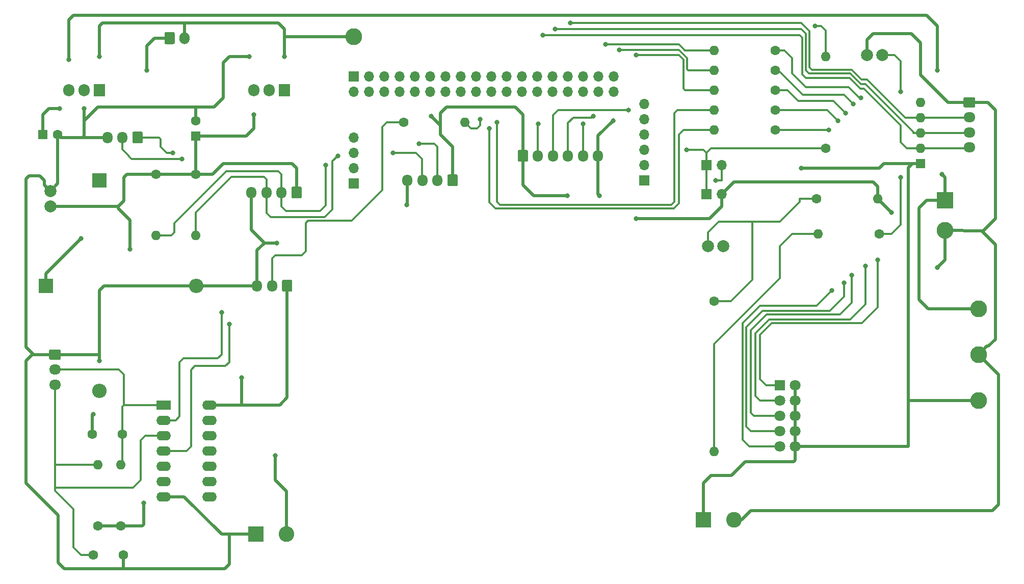
<source format=gbl>
G04 #@! TF.GenerationSoftware,KiCad,Pcbnew,(5.1.5)-3*
G04 #@! TF.CreationDate,2022-04-15T22:29:16+02:00*
G04 #@! TF.ProjectId,Extension Board,45787465-6e73-4696-9f6e-20426f617264,1*
G04 #@! TF.SameCoordinates,Original*
G04 #@! TF.FileFunction,Copper,L2,Bot*
G04 #@! TF.FilePolarity,Positive*
%FSLAX46Y46*%
G04 Gerber Fmt 4.6, Leading zero omitted, Abs format (unit mm)*
G04 Created by KiCad (PCBNEW (5.1.5)-3) date 2022-04-15 22:29:16*
%MOMM*%
%LPD*%
G04 APERTURE LIST*
%ADD10O,1.600000X1.600000*%
%ADD11C,1.600000*%
%ADD12O,1.700000X1.700000*%
%ADD13R,1.700000X1.700000*%
%ADD14C,2.600000*%
%ADD15R,2.600000X2.600000*%
%ADD16C,2.800000*%
%ADD17C,1.800000*%
%ADD18R,1.800000X1.800000*%
%ADD19C,2.000000*%
%ADD20R,2.800000X2.800000*%
%ADD21O,1.700000X2.000000*%
%ADD22C,0.100000*%
%ADD23O,1.700000X1.950000*%
%ADD24O,1.950000X1.700000*%
%ADD25O,1.905000X2.000000*%
%ADD26R,1.905000X2.000000*%
%ADD27O,2.400000X1.600000*%
%ADD28R,2.400000X1.600000*%
%ADD29R,1.600000X1.600000*%
%ADD30O,2.400000X2.400000*%
%ADD31R,2.400000X2.400000*%
%ADD32C,0.800000*%
%ADD33C,0.500000*%
%ADD34C,0.300000*%
G04 APERTURE END LIST*
D10*
X170180000Y-44450000D03*
D11*
X170180000Y-59690000D03*
D10*
X151638000Y-110090000D03*
D11*
X151638000Y-85090000D03*
D12*
X91795600Y-57912000D03*
X91795600Y-60452000D03*
X91795600Y-62992000D03*
D13*
X91795600Y-65532000D03*
D12*
X140081000Y-52349400D03*
X140081000Y-54889400D03*
X140081000Y-57429400D03*
X140081000Y-59969400D03*
X140081000Y-62509400D03*
D13*
X140081000Y-65049400D03*
D14*
X154940000Y-121412000D03*
D15*
X149860000Y-121412000D03*
D16*
X195580000Y-86360000D03*
X195580000Y-101600000D03*
X195580000Y-93980000D03*
X91795600Y-41148000D03*
D17*
X165100000Y-109220000D03*
X162560000Y-109220000D03*
X165100000Y-106680000D03*
X162560000Y-106680000D03*
X165100000Y-104140000D03*
X162560000Y-104140000D03*
X165100000Y-101600000D03*
X162560000Y-101600000D03*
X165100000Y-99060000D03*
D18*
X162560000Y-99060000D03*
D19*
X177038000Y-44196000D03*
X179578000Y-44196000D03*
X150622000Y-75946000D03*
X153162000Y-75946000D03*
D16*
X189992000Y-73326000D03*
D20*
X189992000Y-68326000D03*
D14*
X80645000Y-123825000D03*
D15*
X75565000Y-123825000D03*
D21*
X63714000Y-41402000D03*
G04 #@! TA.AperFunction,ComponentPad*
D22*
G36*
X61838504Y-40403204D02*
G01*
X61862773Y-40406804D01*
X61886571Y-40412765D01*
X61909671Y-40421030D01*
X61931849Y-40431520D01*
X61952893Y-40444133D01*
X61972598Y-40458747D01*
X61990777Y-40475223D01*
X62007253Y-40493402D01*
X62021867Y-40513107D01*
X62034480Y-40534151D01*
X62044970Y-40556329D01*
X62053235Y-40579429D01*
X62059196Y-40603227D01*
X62062796Y-40627496D01*
X62064000Y-40652000D01*
X62064000Y-42152000D01*
X62062796Y-42176504D01*
X62059196Y-42200773D01*
X62053235Y-42224571D01*
X62044970Y-42247671D01*
X62034480Y-42269849D01*
X62021867Y-42290893D01*
X62007253Y-42310598D01*
X61990777Y-42328777D01*
X61972598Y-42345253D01*
X61952893Y-42359867D01*
X61931849Y-42372480D01*
X61909671Y-42382970D01*
X61886571Y-42391235D01*
X61862773Y-42397196D01*
X61838504Y-42400796D01*
X61814000Y-42402000D01*
X60614000Y-42402000D01*
X60589496Y-42400796D01*
X60565227Y-42397196D01*
X60541429Y-42391235D01*
X60518329Y-42382970D01*
X60496151Y-42372480D01*
X60475107Y-42359867D01*
X60455402Y-42345253D01*
X60437223Y-42328777D01*
X60420747Y-42310598D01*
X60406133Y-42290893D01*
X60393520Y-42269849D01*
X60383030Y-42247671D01*
X60374765Y-42224571D01*
X60368804Y-42200773D01*
X60365204Y-42176504D01*
X60364000Y-42152000D01*
X60364000Y-40652000D01*
X60365204Y-40627496D01*
X60368804Y-40603227D01*
X60374765Y-40579429D01*
X60383030Y-40556329D01*
X60393520Y-40534151D01*
X60406133Y-40513107D01*
X60420747Y-40493402D01*
X60437223Y-40475223D01*
X60455402Y-40458747D01*
X60475107Y-40444133D01*
X60496151Y-40431520D01*
X60518329Y-40421030D01*
X60541429Y-40412765D01*
X60565227Y-40406804D01*
X60589496Y-40403204D01*
X60614000Y-40402000D01*
X61814000Y-40402000D01*
X61838504Y-40403204D01*
G37*
G04 #@! TD.AperFunction*
D23*
X100704000Y-65024000D03*
X103204000Y-65024000D03*
X105704000Y-65024000D03*
G04 #@! TA.AperFunction,ComponentPad*
D22*
G36*
X108828504Y-64050204D02*
G01*
X108852773Y-64053804D01*
X108876571Y-64059765D01*
X108899671Y-64068030D01*
X108921849Y-64078520D01*
X108942893Y-64091133D01*
X108962598Y-64105747D01*
X108980777Y-64122223D01*
X108997253Y-64140402D01*
X109011867Y-64160107D01*
X109024480Y-64181151D01*
X109034970Y-64203329D01*
X109043235Y-64226429D01*
X109049196Y-64250227D01*
X109052796Y-64274496D01*
X109054000Y-64299000D01*
X109054000Y-65749000D01*
X109052796Y-65773504D01*
X109049196Y-65797773D01*
X109043235Y-65821571D01*
X109034970Y-65844671D01*
X109024480Y-65866849D01*
X109011867Y-65887893D01*
X108997253Y-65907598D01*
X108980777Y-65925777D01*
X108962598Y-65942253D01*
X108942893Y-65956867D01*
X108921849Y-65969480D01*
X108899671Y-65979970D01*
X108876571Y-65988235D01*
X108852773Y-65994196D01*
X108828504Y-65997796D01*
X108804000Y-65999000D01*
X107604000Y-65999000D01*
X107579496Y-65997796D01*
X107555227Y-65994196D01*
X107531429Y-65988235D01*
X107508329Y-65979970D01*
X107486151Y-65969480D01*
X107465107Y-65956867D01*
X107445402Y-65942253D01*
X107427223Y-65925777D01*
X107410747Y-65907598D01*
X107396133Y-65887893D01*
X107383520Y-65866849D01*
X107373030Y-65844671D01*
X107364765Y-65821571D01*
X107358804Y-65797773D01*
X107355204Y-65773504D01*
X107354000Y-65749000D01*
X107354000Y-64299000D01*
X107355204Y-64274496D01*
X107358804Y-64250227D01*
X107364765Y-64226429D01*
X107373030Y-64203329D01*
X107383520Y-64181151D01*
X107396133Y-64160107D01*
X107410747Y-64140402D01*
X107427223Y-64122223D01*
X107445402Y-64105747D01*
X107465107Y-64091133D01*
X107486151Y-64078520D01*
X107508329Y-64068030D01*
X107531429Y-64059765D01*
X107555227Y-64053804D01*
X107579496Y-64050204D01*
X107604000Y-64049000D01*
X108804000Y-64049000D01*
X108828504Y-64050204D01*
G37*
G04 #@! TD.AperFunction*
D23*
X74796000Y-67056000D03*
X77296000Y-67056000D03*
X79796000Y-67056000D03*
G04 #@! TA.AperFunction,ComponentPad*
D22*
G36*
X82920504Y-66082204D02*
G01*
X82944773Y-66085804D01*
X82968571Y-66091765D01*
X82991671Y-66100030D01*
X83013849Y-66110520D01*
X83034893Y-66123133D01*
X83054598Y-66137747D01*
X83072777Y-66154223D01*
X83089253Y-66172402D01*
X83103867Y-66192107D01*
X83116480Y-66213151D01*
X83126970Y-66235329D01*
X83135235Y-66258429D01*
X83141196Y-66282227D01*
X83144796Y-66306496D01*
X83146000Y-66331000D01*
X83146000Y-67781000D01*
X83144796Y-67805504D01*
X83141196Y-67829773D01*
X83135235Y-67853571D01*
X83126970Y-67876671D01*
X83116480Y-67898849D01*
X83103867Y-67919893D01*
X83089253Y-67939598D01*
X83072777Y-67957777D01*
X83054598Y-67974253D01*
X83034893Y-67988867D01*
X83013849Y-68001480D01*
X82991671Y-68011970D01*
X82968571Y-68020235D01*
X82944773Y-68026196D01*
X82920504Y-68029796D01*
X82896000Y-68031000D01*
X81696000Y-68031000D01*
X81671496Y-68029796D01*
X81647227Y-68026196D01*
X81623429Y-68020235D01*
X81600329Y-68011970D01*
X81578151Y-68001480D01*
X81557107Y-67988867D01*
X81537402Y-67974253D01*
X81519223Y-67957777D01*
X81502747Y-67939598D01*
X81488133Y-67919893D01*
X81475520Y-67898849D01*
X81465030Y-67876671D01*
X81456765Y-67853571D01*
X81450804Y-67829773D01*
X81447204Y-67805504D01*
X81446000Y-67781000D01*
X81446000Y-66331000D01*
X81447204Y-66306496D01*
X81450804Y-66282227D01*
X81456765Y-66258429D01*
X81465030Y-66235329D01*
X81475520Y-66213151D01*
X81488133Y-66192107D01*
X81502747Y-66172402D01*
X81519223Y-66154223D01*
X81537402Y-66137747D01*
X81557107Y-66123133D01*
X81578151Y-66110520D01*
X81600329Y-66100030D01*
X81623429Y-66091765D01*
X81647227Y-66085804D01*
X81671496Y-66082204D01*
X81696000Y-66081000D01*
X82896000Y-66081000D01*
X82920504Y-66082204D01*
G37*
G04 #@! TD.AperFunction*
D24*
X194056000Y-59570000D03*
X194056000Y-57070000D03*
X194056000Y-54570000D03*
G04 #@! TA.AperFunction,ComponentPad*
D22*
G36*
X194805504Y-51221204D02*
G01*
X194829773Y-51224804D01*
X194853571Y-51230765D01*
X194876671Y-51239030D01*
X194898849Y-51249520D01*
X194919893Y-51262133D01*
X194939598Y-51276747D01*
X194957777Y-51293223D01*
X194974253Y-51311402D01*
X194988867Y-51331107D01*
X195001480Y-51352151D01*
X195011970Y-51374329D01*
X195020235Y-51397429D01*
X195026196Y-51421227D01*
X195029796Y-51445496D01*
X195031000Y-51470000D01*
X195031000Y-52670000D01*
X195029796Y-52694504D01*
X195026196Y-52718773D01*
X195020235Y-52742571D01*
X195011970Y-52765671D01*
X195001480Y-52787849D01*
X194988867Y-52808893D01*
X194974253Y-52828598D01*
X194957777Y-52846777D01*
X194939598Y-52863253D01*
X194919893Y-52877867D01*
X194898849Y-52890480D01*
X194876671Y-52900970D01*
X194853571Y-52909235D01*
X194829773Y-52915196D01*
X194805504Y-52918796D01*
X194781000Y-52920000D01*
X193331000Y-52920000D01*
X193306496Y-52918796D01*
X193282227Y-52915196D01*
X193258429Y-52909235D01*
X193235329Y-52900970D01*
X193213151Y-52890480D01*
X193192107Y-52877867D01*
X193172402Y-52863253D01*
X193154223Y-52846777D01*
X193137747Y-52828598D01*
X193123133Y-52808893D01*
X193110520Y-52787849D01*
X193100030Y-52765671D01*
X193091765Y-52742571D01*
X193085804Y-52718773D01*
X193082204Y-52694504D01*
X193081000Y-52670000D01*
X193081000Y-51470000D01*
X193082204Y-51445496D01*
X193085804Y-51421227D01*
X193091765Y-51397429D01*
X193100030Y-51374329D01*
X193110520Y-51352151D01*
X193123133Y-51331107D01*
X193137747Y-51311402D01*
X193154223Y-51293223D01*
X193172402Y-51276747D01*
X193192107Y-51262133D01*
X193213151Y-51249520D01*
X193235329Y-51239030D01*
X193258429Y-51230765D01*
X193282227Y-51224804D01*
X193306496Y-51221204D01*
X193331000Y-51220000D01*
X194781000Y-51220000D01*
X194805504Y-51221204D01*
G37*
G04 #@! TD.AperFunction*
D23*
X132388000Y-60960000D03*
X129888000Y-60960000D03*
X127388000Y-60960000D03*
X124888000Y-60960000D03*
X122388000Y-60960000D03*
G04 #@! TA.AperFunction,ComponentPad*
D22*
G36*
X120512504Y-59986204D02*
G01*
X120536773Y-59989804D01*
X120560571Y-59995765D01*
X120583671Y-60004030D01*
X120605849Y-60014520D01*
X120626893Y-60027133D01*
X120646598Y-60041747D01*
X120664777Y-60058223D01*
X120681253Y-60076402D01*
X120695867Y-60096107D01*
X120708480Y-60117151D01*
X120718970Y-60139329D01*
X120727235Y-60162429D01*
X120733196Y-60186227D01*
X120736796Y-60210496D01*
X120738000Y-60235000D01*
X120738000Y-61685000D01*
X120736796Y-61709504D01*
X120733196Y-61733773D01*
X120727235Y-61757571D01*
X120718970Y-61780671D01*
X120708480Y-61802849D01*
X120695867Y-61823893D01*
X120681253Y-61843598D01*
X120664777Y-61861777D01*
X120646598Y-61878253D01*
X120626893Y-61892867D01*
X120605849Y-61905480D01*
X120583671Y-61915970D01*
X120560571Y-61924235D01*
X120536773Y-61930196D01*
X120512504Y-61933796D01*
X120488000Y-61935000D01*
X119288000Y-61935000D01*
X119263496Y-61933796D01*
X119239227Y-61930196D01*
X119215429Y-61924235D01*
X119192329Y-61915970D01*
X119170151Y-61905480D01*
X119149107Y-61892867D01*
X119129402Y-61878253D01*
X119111223Y-61861777D01*
X119094747Y-61843598D01*
X119080133Y-61823893D01*
X119067520Y-61802849D01*
X119057030Y-61780671D01*
X119048765Y-61757571D01*
X119042804Y-61733773D01*
X119039204Y-61709504D01*
X119038000Y-61685000D01*
X119038000Y-60235000D01*
X119039204Y-60210496D01*
X119042804Y-60186227D01*
X119048765Y-60162429D01*
X119057030Y-60139329D01*
X119067520Y-60117151D01*
X119080133Y-60096107D01*
X119094747Y-60076402D01*
X119111223Y-60058223D01*
X119129402Y-60041747D01*
X119149107Y-60027133D01*
X119170151Y-60014520D01*
X119192329Y-60004030D01*
X119215429Y-59995765D01*
X119239227Y-59989804D01*
X119263496Y-59986204D01*
X119288000Y-59985000D01*
X120488000Y-59985000D01*
X120512504Y-59986204D01*
G37*
G04 #@! TD.AperFunction*
D23*
X75732000Y-82550000D03*
X78232000Y-82550000D03*
G04 #@! TA.AperFunction,ComponentPad*
D22*
G36*
X81356504Y-81576204D02*
G01*
X81380773Y-81579804D01*
X81404571Y-81585765D01*
X81427671Y-81594030D01*
X81449849Y-81604520D01*
X81470893Y-81617133D01*
X81490598Y-81631747D01*
X81508777Y-81648223D01*
X81525253Y-81666402D01*
X81539867Y-81686107D01*
X81552480Y-81707151D01*
X81562970Y-81729329D01*
X81571235Y-81752429D01*
X81577196Y-81776227D01*
X81580796Y-81800496D01*
X81582000Y-81825000D01*
X81582000Y-83275000D01*
X81580796Y-83299504D01*
X81577196Y-83323773D01*
X81571235Y-83347571D01*
X81562970Y-83370671D01*
X81552480Y-83392849D01*
X81539867Y-83413893D01*
X81525253Y-83433598D01*
X81508777Y-83451777D01*
X81490598Y-83468253D01*
X81470893Y-83482867D01*
X81449849Y-83495480D01*
X81427671Y-83505970D01*
X81404571Y-83514235D01*
X81380773Y-83520196D01*
X81356504Y-83523796D01*
X81332000Y-83525000D01*
X80132000Y-83525000D01*
X80107496Y-83523796D01*
X80083227Y-83520196D01*
X80059429Y-83514235D01*
X80036329Y-83505970D01*
X80014151Y-83495480D01*
X79993107Y-83482867D01*
X79973402Y-83468253D01*
X79955223Y-83451777D01*
X79938747Y-83433598D01*
X79924133Y-83413893D01*
X79911520Y-83392849D01*
X79901030Y-83370671D01*
X79892765Y-83347571D01*
X79886804Y-83323773D01*
X79883204Y-83299504D01*
X79882000Y-83275000D01*
X79882000Y-81825000D01*
X79883204Y-81800496D01*
X79886804Y-81776227D01*
X79892765Y-81752429D01*
X79901030Y-81729329D01*
X79911520Y-81707151D01*
X79924133Y-81686107D01*
X79938747Y-81666402D01*
X79955223Y-81648223D01*
X79973402Y-81631747D01*
X79993107Y-81617133D01*
X80014151Y-81604520D01*
X80036329Y-81594030D01*
X80059429Y-81585765D01*
X80083227Y-81579804D01*
X80107496Y-81576204D01*
X80132000Y-81575000D01*
X81332000Y-81575000D01*
X81356504Y-81576204D01*
G37*
G04 #@! TD.AperFunction*
D10*
X168910000Y-73914000D03*
D11*
X179070000Y-73914000D03*
D10*
X178816000Y-68072000D03*
D11*
X168656000Y-68072000D03*
D25*
X44450000Y-50038000D03*
X46990000Y-50038000D03*
D26*
X49530000Y-50038000D03*
D25*
X75184000Y-50038000D03*
X77724000Y-50038000D03*
D26*
X80264000Y-50038000D03*
D27*
X67818000Y-102362000D03*
X60198000Y-117602000D03*
X67818000Y-104902000D03*
X60198000Y-115062000D03*
X67818000Y-107442000D03*
X60198000Y-112522000D03*
X67818000Y-109982000D03*
X60198000Y-109982000D03*
X67818000Y-112522000D03*
X60198000Y-107442000D03*
X67818000Y-115062000D03*
X60198000Y-104902000D03*
X67818000Y-117602000D03*
D28*
X60198000Y-102362000D03*
D10*
X185928000Y-52070000D03*
X185928000Y-54610000D03*
X185928000Y-57150000D03*
X185928000Y-59690000D03*
D29*
X185928000Y-62230000D03*
D10*
X58928000Y-74168000D03*
D11*
X58928000Y-64008000D03*
D10*
X65532000Y-74168000D03*
D11*
X65532000Y-64008000D03*
D10*
X49276000Y-112268000D03*
D11*
X49276000Y-122428000D03*
D10*
X53086000Y-112268000D03*
D11*
X53086000Y-122428000D03*
D10*
X110236000Y-55372000D03*
D11*
X100076000Y-55372000D03*
D10*
X151638000Y-56642000D03*
D11*
X161798000Y-56642000D03*
D10*
X151638000Y-53340000D03*
D11*
X161798000Y-53340000D03*
D10*
X151638000Y-50038000D03*
D11*
X161798000Y-50038000D03*
D10*
X151638000Y-46736000D03*
D11*
X161798000Y-46736000D03*
D10*
X151638000Y-43434000D03*
D11*
X161798000Y-43434000D03*
D12*
X152908000Y-67310000D03*
D13*
X150368000Y-67310000D03*
D12*
X152908000Y-62484000D03*
D13*
X150368000Y-62484000D03*
D23*
X50880000Y-57912000D03*
X53380000Y-57912000D03*
G04 #@! TA.AperFunction,ComponentPad*
D22*
G36*
X56504504Y-56938204D02*
G01*
X56528773Y-56941804D01*
X56552571Y-56947765D01*
X56575671Y-56956030D01*
X56597849Y-56966520D01*
X56618893Y-56979133D01*
X56638598Y-56993747D01*
X56656777Y-57010223D01*
X56673253Y-57028402D01*
X56687867Y-57048107D01*
X56700480Y-57069151D01*
X56710970Y-57091329D01*
X56719235Y-57114429D01*
X56725196Y-57138227D01*
X56728796Y-57162496D01*
X56730000Y-57187000D01*
X56730000Y-58637000D01*
X56728796Y-58661504D01*
X56725196Y-58685773D01*
X56719235Y-58709571D01*
X56710970Y-58732671D01*
X56700480Y-58754849D01*
X56687867Y-58775893D01*
X56673253Y-58795598D01*
X56656777Y-58813777D01*
X56638598Y-58830253D01*
X56618893Y-58844867D01*
X56597849Y-58857480D01*
X56575671Y-58867970D01*
X56552571Y-58876235D01*
X56528773Y-58882196D01*
X56504504Y-58885796D01*
X56480000Y-58887000D01*
X55280000Y-58887000D01*
X55255496Y-58885796D01*
X55231227Y-58882196D01*
X55207429Y-58876235D01*
X55184329Y-58867970D01*
X55162151Y-58857480D01*
X55141107Y-58844867D01*
X55121402Y-58830253D01*
X55103223Y-58813777D01*
X55086747Y-58795598D01*
X55072133Y-58775893D01*
X55059520Y-58754849D01*
X55049030Y-58732671D01*
X55040765Y-58709571D01*
X55034804Y-58685773D01*
X55031204Y-58661504D01*
X55030000Y-58637000D01*
X55030000Y-57187000D01*
X55031204Y-57162496D01*
X55034804Y-57138227D01*
X55040765Y-57114429D01*
X55049030Y-57091329D01*
X55059520Y-57069151D01*
X55072133Y-57048107D01*
X55086747Y-57028402D01*
X55103223Y-57010223D01*
X55121402Y-56993747D01*
X55141107Y-56979133D01*
X55162151Y-56966520D01*
X55184329Y-56956030D01*
X55207429Y-56947765D01*
X55231227Y-56941804D01*
X55255496Y-56938204D01*
X55280000Y-56937000D01*
X56480000Y-56937000D01*
X56504504Y-56938204D01*
G37*
G04 #@! TD.AperFunction*
D19*
X41402000Y-66802000D03*
X41402000Y-69342000D03*
D24*
X42164000Y-98980000D03*
X42164000Y-96480000D03*
G04 #@! TA.AperFunction,ComponentPad*
D22*
G36*
X42913504Y-93131204D02*
G01*
X42937773Y-93134804D01*
X42961571Y-93140765D01*
X42984671Y-93149030D01*
X43006849Y-93159520D01*
X43027893Y-93172133D01*
X43047598Y-93186747D01*
X43065777Y-93203223D01*
X43082253Y-93221402D01*
X43096867Y-93241107D01*
X43109480Y-93262151D01*
X43119970Y-93284329D01*
X43128235Y-93307429D01*
X43134196Y-93331227D01*
X43137796Y-93355496D01*
X43139000Y-93380000D01*
X43139000Y-94580000D01*
X43137796Y-94604504D01*
X43134196Y-94628773D01*
X43128235Y-94652571D01*
X43119970Y-94675671D01*
X43109480Y-94697849D01*
X43096867Y-94718893D01*
X43082253Y-94738598D01*
X43065777Y-94756777D01*
X43047598Y-94773253D01*
X43027893Y-94787867D01*
X43006849Y-94800480D01*
X42984671Y-94810970D01*
X42961571Y-94819235D01*
X42937773Y-94825196D01*
X42913504Y-94828796D01*
X42889000Y-94830000D01*
X41439000Y-94830000D01*
X41414496Y-94828796D01*
X41390227Y-94825196D01*
X41366429Y-94819235D01*
X41343329Y-94810970D01*
X41321151Y-94800480D01*
X41300107Y-94787867D01*
X41280402Y-94773253D01*
X41262223Y-94756777D01*
X41245747Y-94738598D01*
X41231133Y-94718893D01*
X41218520Y-94697849D01*
X41208030Y-94675671D01*
X41199765Y-94652571D01*
X41193804Y-94628773D01*
X41190204Y-94604504D01*
X41189000Y-94580000D01*
X41189000Y-93380000D01*
X41190204Y-93355496D01*
X41193804Y-93331227D01*
X41199765Y-93307429D01*
X41208030Y-93284329D01*
X41218520Y-93262151D01*
X41231133Y-93241107D01*
X41245747Y-93221402D01*
X41262223Y-93203223D01*
X41280402Y-93186747D01*
X41300107Y-93172133D01*
X41321151Y-93159520D01*
X41343329Y-93149030D01*
X41366429Y-93140765D01*
X41390227Y-93134804D01*
X41414496Y-93131204D01*
X41439000Y-93130000D01*
X42889000Y-93130000D01*
X42913504Y-93131204D01*
G37*
G04 #@! TD.AperFunction*
D11*
X42632000Y-57404000D03*
D29*
X40132000Y-57404000D03*
D11*
X65532000Y-55158000D03*
D29*
X65532000Y-57658000D03*
D30*
X49530000Y-100024000D03*
D31*
X49530000Y-65024000D03*
D30*
X65640000Y-82550000D03*
D31*
X40640000Y-82550000D03*
D11*
X53514000Y-127254000D03*
X48514000Y-127254000D03*
X48340000Y-107188000D03*
X53340000Y-107188000D03*
D12*
X134980000Y-50340000D03*
X134980000Y-47800000D03*
X132440000Y-50340000D03*
X132440000Y-47800000D03*
X129900000Y-50340000D03*
X129900000Y-47800000D03*
X127360000Y-50340000D03*
X127360000Y-47800000D03*
X124820000Y-50340000D03*
X124820000Y-47800000D03*
X122280000Y-50340000D03*
X122280000Y-47800000D03*
X119740000Y-50340000D03*
X119740000Y-47800000D03*
X117200000Y-50340000D03*
X117200000Y-47800000D03*
X114660000Y-50340000D03*
X114660000Y-47800000D03*
X112120000Y-50340000D03*
X112120000Y-47800000D03*
X109580000Y-50340000D03*
X109580000Y-47800000D03*
X107040000Y-50340000D03*
X107040000Y-47800000D03*
X104500000Y-50340000D03*
X104500000Y-47800000D03*
X101960000Y-50340000D03*
X101960000Y-47800000D03*
X99420000Y-50340000D03*
X99420000Y-47800000D03*
X96880000Y-50340000D03*
X96880000Y-47800000D03*
X94340000Y-50340000D03*
X94340000Y-47800000D03*
X91800000Y-50340000D03*
D13*
X91800000Y-47800000D03*
D32*
X75184000Y-54102000D03*
X104648000Y-54356000D03*
X73152000Y-97790000D03*
X56896000Y-118618000D03*
X54610000Y-76454000D03*
X166116000Y-62992000D03*
X127254000Y-67564000D03*
X134874000Y-55118000D03*
X49530000Y-94996000D03*
X48514000Y-103886000D03*
X138684000Y-71374000D03*
X78994000Y-75438000D03*
X74422000Y-44450000D03*
X46990000Y-53086000D03*
X100584000Y-69088000D03*
X132588000Y-67564000D03*
X181102000Y-70358000D03*
X188722000Y-79502000D03*
X71120000Y-88900000D03*
X69850000Y-86995000D03*
X89154000Y-60960000D03*
X98298000Y-60452000D03*
X87122000Y-62484000D03*
X102616000Y-58928000D03*
X131572000Y-54356000D03*
X137414000Y-53340000D03*
X129900000Y-55626000D03*
X115570000Y-55372000D03*
X133604000Y-42418000D03*
X114300000Y-56388000D03*
X168402000Y-39370000D03*
X61722000Y-60452000D03*
X147066000Y-59944000D03*
X138684000Y-44196000D03*
X46482000Y-74676000D03*
X80264000Y-44450000D03*
X49530000Y-44450000D03*
X42926000Y-53086000D03*
X44450000Y-44958000D03*
X188722000Y-46736000D03*
X189484000Y-64008000D03*
X151892000Y-65024000D03*
X63246000Y-61468000D03*
X170688000Y-56641999D03*
X171196000Y-83312000D03*
X172212000Y-55118000D03*
X173228000Y-82042000D03*
X173482000Y-53848000D03*
X174498000Y-80772000D03*
X174752000Y-52324000D03*
X176784000Y-79248000D03*
X176022000Y-51308000D03*
X178816000Y-78232000D03*
X135890000Y-43346000D03*
X182626000Y-64516000D03*
X182626000Y-50292000D03*
X123190000Y-40894000D03*
X125222000Y-39878000D03*
X127762000Y-38862000D03*
X122428000Y-55626000D03*
X112776000Y-54864000D03*
X78740000Y-110744000D03*
X57404000Y-46736000D03*
D33*
X165100000Y-109220000D02*
X165100000Y-101600000D01*
X165100000Y-101600000D02*
X165100000Y-99060000D01*
X58928000Y-64008000D02*
X65532000Y-64008000D01*
X65532000Y-64008000D02*
X65532000Y-57658000D01*
X184628000Y-62230000D02*
X183896000Y-62962000D01*
X185928000Y-62230000D02*
X184628000Y-62230000D01*
X183896000Y-62962000D02*
X183896000Y-109220000D01*
X54102000Y-64008000D02*
X58928000Y-64008000D01*
X53594000Y-64516000D02*
X54102000Y-64008000D01*
X53594000Y-68453000D02*
X53594000Y-64516000D01*
X41402000Y-69342000D02*
X52705000Y-69342000D01*
X52705000Y-69342000D02*
X53594000Y-68453000D01*
X70104000Y-62230000D02*
X81534000Y-62230000D01*
X82296000Y-62992000D02*
X82296000Y-67056000D01*
X81534000Y-62230000D02*
X82296000Y-62992000D01*
X65532000Y-64008000D02*
X68326000Y-64008000D01*
X68326000Y-64008000D02*
X70104000Y-62230000D01*
X49276000Y-122428000D02*
X53086000Y-122428000D01*
X183896000Y-101600000D02*
X195580000Y-101600000D01*
X165100000Y-111506000D02*
X165100000Y-109220000D01*
X164846000Y-111760000D02*
X165100000Y-111506000D01*
X149860000Y-115316000D02*
X151130000Y-114046000D01*
X151130000Y-114046000D02*
X154559000Y-114046000D01*
X154559000Y-114046000D02*
X156845000Y-111760000D01*
X156845000Y-111760000D02*
X164846000Y-111760000D01*
X149860000Y-116586000D02*
X149860000Y-121412000D01*
X149860000Y-116586000D02*
X149860000Y-115316000D01*
X149860000Y-117094000D02*
X149860000Y-116586000D01*
X73914000Y-57658000D02*
X65786000Y-57658000D01*
X75184000Y-54102000D02*
X75184000Y-56388000D01*
X75184000Y-56388000D02*
X73914000Y-57658000D01*
X79502000Y-102362000D02*
X67818000Y-102362000D01*
X108204000Y-59436000D02*
X108204000Y-65024000D01*
X106172000Y-57404000D02*
X108204000Y-59436000D01*
X106172000Y-56896000D02*
X106172000Y-57404000D01*
X106172000Y-55880000D02*
X106172000Y-56896000D01*
X104648000Y-54356000D02*
X106172000Y-55880000D01*
X106172000Y-53848000D02*
X106172000Y-56896000D01*
X107188000Y-52832000D02*
X106172000Y-53848000D01*
X118618000Y-52832000D02*
X107188000Y-52832000D01*
X119888000Y-60960000D02*
X119888000Y-54102000D01*
X119888000Y-54102000D02*
X118618000Y-52832000D01*
X80732000Y-101132000D02*
X80732000Y-82550000D01*
X79502000Y-102362000D02*
X80732000Y-101132000D01*
X56642000Y-122428000D02*
X53086000Y-122428000D01*
X56896000Y-118618000D02*
X56896000Y-122174000D01*
X56896000Y-122174000D02*
X56642000Y-122428000D01*
X73152000Y-97790000D02*
X73152000Y-102362000D01*
X52705000Y-69342000D02*
X52705000Y-69723000D01*
X52705000Y-69723000D02*
X54610000Y-71628000D01*
X54610000Y-71628000D02*
X54610000Y-76454000D01*
X185928000Y-62230000D02*
X179832000Y-62230000D01*
X179832000Y-62230000D02*
X179070000Y-62992000D01*
X179070000Y-62992000D02*
X166116000Y-62992000D01*
X127254000Y-67564000D02*
X121666000Y-67564000D01*
X119888000Y-65786000D02*
X119888000Y-60960000D01*
X121666000Y-67564000D02*
X119888000Y-65786000D01*
X183896000Y-109220000D02*
X165100000Y-109220000D01*
X134980000Y-55012000D02*
X134874000Y-55118000D01*
X132388000Y-57604000D02*
X132388000Y-60960000D01*
X134874000Y-55118000D02*
X132388000Y-57604000D01*
X194056000Y-52070000D02*
X197104000Y-52070000D01*
X197104000Y-52070000D02*
X198374000Y-53340000D01*
X198374000Y-53340000D02*
X198374000Y-71374000D01*
X198374000Y-71374000D02*
X196422000Y-73326000D01*
X196979999Y-92580001D02*
X197233999Y-92580001D01*
X195580000Y-93980000D02*
X196979999Y-92580001D01*
X197233999Y-92580001D02*
X198374000Y-91440000D01*
X198374000Y-75692000D02*
X196088000Y-73406000D01*
X198374000Y-91440000D02*
X198374000Y-75692000D01*
X196422000Y-73326000D02*
X196088000Y-73406000D01*
X196088000Y-73406000D02*
X189992000Y-73326000D01*
X197866000Y-119888000D02*
X157734000Y-119888000D01*
X198882000Y-118872000D02*
X197866000Y-119888000D01*
X195580000Y-93980000D02*
X198882000Y-97282000D01*
X198882000Y-97282000D02*
X198882000Y-118872000D01*
X42632000Y-65572000D02*
X42632000Y-57404000D01*
X41402000Y-66802000D02*
X42632000Y-65572000D01*
X49530000Y-94996000D02*
X49530000Y-93980000D01*
X49530000Y-93980000D02*
X42164000Y-93980000D01*
X65640000Y-82550000D02*
X75732000Y-82550000D01*
X78994000Y-75438000D02*
X76962000Y-75438000D01*
X75732000Y-76668000D02*
X75732000Y-82550000D01*
X76962000Y-75438000D02*
X75732000Y-76668000D01*
X43140000Y-57912000D02*
X42632000Y-57404000D01*
X40402001Y-65802001D02*
X40402001Y-65040001D01*
X41402000Y-66802000D02*
X40402001Y-65802001D01*
X40402001Y-65040001D02*
X39624000Y-64262000D01*
X39624000Y-64262000D02*
X37846000Y-64262000D01*
X37846000Y-64262000D02*
X37338000Y-64770000D01*
X37338000Y-64770000D02*
X37338000Y-92710000D01*
X38608000Y-93980000D02*
X42164000Y-93980000D01*
X37338000Y-92710000D02*
X38608000Y-93980000D01*
X55880000Y-129540000D02*
X56134000Y-129540000D01*
X74796000Y-73272000D02*
X76962000Y-75438000D01*
X74796000Y-67056000D02*
X74796000Y-73272000D01*
X50292000Y-82550000D02*
X65640000Y-82550000D01*
X49530000Y-83312000D02*
X50292000Y-82550000D01*
X49530000Y-93980000D02*
X49530000Y-83312000D01*
X53514000Y-127254000D02*
X53514000Y-129540000D01*
X50880000Y-57912000D02*
X46990000Y-57912000D01*
X46990000Y-57912000D02*
X43140000Y-57912000D01*
X154940000Y-65278000D02*
X152908000Y-67310000D01*
X178054000Y-65278000D02*
X154940000Y-65278000D01*
X178816000Y-68072000D02*
X178816000Y-66040000D01*
X178816000Y-66040000D02*
X178054000Y-65278000D01*
X48340000Y-107188000D02*
X48340000Y-104060000D01*
X48340000Y-104060000D02*
X48514000Y-103886000D01*
X156210000Y-121412000D02*
X157734000Y-119888000D01*
X154940000Y-121412000D02*
X156210000Y-121412000D01*
X47498000Y-57912000D02*
X46990000Y-57912000D01*
X150876000Y-71374000D02*
X138684000Y-71374000D01*
X152908000Y-67310000D02*
X152908000Y-69342000D01*
X152908000Y-69342000D02*
X150876000Y-71374000D01*
X43688000Y-129540000D02*
X56134000Y-129540000D01*
X42672000Y-128524000D02*
X43688000Y-129540000D01*
X38354000Y-93980000D02*
X37338000Y-94996000D01*
X38608000Y-93980000D02*
X38354000Y-93980000D01*
X37338000Y-94996000D02*
X37338000Y-115316000D01*
X37338000Y-115316000D02*
X42672000Y-120650000D01*
X42672000Y-120650000D02*
X42672000Y-128524000D01*
X71120000Y-128778000D02*
X71120000Y-123825000D01*
X56134000Y-129540000D02*
X70358000Y-129540000D01*
X70358000Y-129540000D02*
X71120000Y-128778000D01*
X63627000Y-117602000D02*
X60198000Y-117602000D01*
X69850000Y-123825000D02*
X63627000Y-117602000D01*
X75565000Y-123825000D02*
X71120000Y-123825000D01*
X71120000Y-123825000D02*
X69850000Y-123825000D01*
X46990000Y-57658000D02*
X46736000Y-57912000D01*
X46990000Y-53086000D02*
X46990000Y-57658000D01*
X46990000Y-56388000D02*
X46990000Y-55118000D01*
X46990000Y-55118000D02*
X49276000Y-52832000D01*
X100704000Y-68968000D02*
X100704000Y-65024000D01*
X100584000Y-69088000D02*
X100704000Y-68968000D01*
X49276000Y-52832000D02*
X65532000Y-52832000D01*
X65532000Y-55158000D02*
X65532000Y-52832000D01*
X71120000Y-44450000D02*
X74422000Y-44450000D01*
X70104000Y-45466000D02*
X71120000Y-44450000D01*
X70104000Y-51308000D02*
X70104000Y-45466000D01*
X65532000Y-52832000D02*
X68580000Y-52832000D01*
X68580000Y-52832000D02*
X70104000Y-51308000D01*
X190500000Y-52070000D02*
X194056000Y-52070000D01*
X185928000Y-47498000D02*
X190500000Y-52070000D01*
X177038000Y-41656000D02*
X178054000Y-40640000D01*
X177038000Y-44196000D02*
X177038000Y-41656000D01*
X184404000Y-40640000D02*
X185928000Y-42164000D01*
X178054000Y-40640000D02*
X184404000Y-40640000D01*
X185928000Y-42164000D02*
X185928000Y-47498000D01*
X132388000Y-67364000D02*
X132388000Y-60960000D01*
X132588000Y-67564000D02*
X132388000Y-67364000D01*
X181102000Y-70358000D02*
X178816000Y-68072000D01*
X189992000Y-73326000D02*
X189992000Y-78232000D01*
X189992000Y-78232000D02*
X188722000Y-79502000D01*
D34*
X64008000Y-109982000D02*
X60198000Y-109982000D01*
X64770000Y-109220000D02*
X64008000Y-109982000D01*
X65405000Y-95885000D02*
X64770000Y-96520000D01*
X64770000Y-96520000D02*
X64770000Y-109220000D01*
X71120000Y-88900000D02*
X71120000Y-95250000D01*
X71120000Y-95250000D02*
X70485000Y-95885000D01*
X70485000Y-95885000D02*
X65405000Y-95885000D01*
X62230000Y-104902000D02*
X60198000Y-104902000D01*
X62865000Y-104267000D02*
X62230000Y-104902000D01*
X69850000Y-86995000D02*
X69850000Y-93980000D01*
X69850000Y-93980000D02*
X69215000Y-94615000D01*
X69215000Y-94615000D02*
X63500000Y-94615000D01*
X62865000Y-95250000D02*
X62865000Y-104267000D01*
X63500000Y-94615000D02*
X62865000Y-95250000D01*
X65532000Y-70358000D02*
X65532000Y-74168000D01*
X71459000Y-64431000D02*
X65532000Y-70358000D01*
X76877000Y-64431000D02*
X71459000Y-64431000D01*
X77296000Y-67056000D02*
X77296000Y-64850000D01*
X77296000Y-64850000D02*
X76877000Y-64431000D01*
X77296000Y-70438000D02*
X77296000Y-67056000D01*
X88265000Y-61849000D02*
X88265000Y-69850000D01*
X89154000Y-60960000D02*
X88265000Y-61849000D01*
X88265000Y-69850000D02*
X86995000Y-71120000D01*
X86995000Y-71120000D02*
X77978000Y-71120000D01*
X77978000Y-71120000D02*
X77296000Y-70438000D01*
X103124000Y-64944000D02*
X103204000Y-65024000D01*
X98298000Y-60452000D02*
X102108000Y-60452000D01*
X102108000Y-60452000D02*
X103124000Y-61468000D01*
X103124000Y-61468000D02*
X103124000Y-64944000D01*
X61976000Y-73660000D02*
X61976000Y-72136000D01*
X58928000Y-74168000D02*
X61468000Y-74168000D01*
X61468000Y-74168000D02*
X61976000Y-73660000D01*
X70612000Y-63500000D02*
X61976000Y-72136000D01*
X79796000Y-67056000D02*
X79796000Y-64048000D01*
X79248000Y-63500000D02*
X70612000Y-63500000D01*
X79796000Y-64048000D02*
X79248000Y-63500000D01*
X87122000Y-69215000D02*
X87122000Y-62484000D01*
X86233000Y-70104000D02*
X87122000Y-69215000D01*
X80518000Y-70104000D02*
X86233000Y-70104000D01*
X79796000Y-67056000D02*
X79796000Y-69382000D01*
X79796000Y-69382000D02*
X80518000Y-70104000D01*
X102616000Y-58928000D02*
X105156000Y-58928000D01*
X105704000Y-59476000D02*
X105704000Y-65024000D01*
X105156000Y-58928000D02*
X105704000Y-59476000D01*
X132334000Y-50446000D02*
X132440000Y-50340000D01*
X127388000Y-55492000D02*
X127388000Y-60960000D01*
X128270000Y-54610000D02*
X127388000Y-55492000D01*
X131572000Y-54356000D02*
X131318000Y-54610000D01*
X131318000Y-54610000D02*
X128270000Y-54610000D01*
X124888000Y-54182000D02*
X124888000Y-60960000D01*
X125730000Y-53340000D02*
X124888000Y-54182000D01*
X137414000Y-53340000D02*
X125730000Y-53340000D01*
X129900000Y-60948000D02*
X129888000Y-60960000D01*
X129900000Y-55626000D02*
X129900000Y-60948000D01*
X129900000Y-55626000D02*
X129900000Y-56790000D01*
X145542000Y-53340000D02*
X151638000Y-53340000D01*
X145034000Y-68580000D02*
X145034000Y-53848000D01*
X145034000Y-53848000D02*
X145542000Y-53340000D01*
X144526000Y-69088000D02*
X145034000Y-68580000D01*
X116078000Y-69088000D02*
X144526000Y-69088000D01*
X115570000Y-68580000D02*
X116078000Y-69088000D01*
X115570000Y-55372000D02*
X115570000Y-68580000D01*
X151638000Y-43434000D02*
X146731084Y-43434000D01*
X145796000Y-42418000D02*
X133858000Y-42418000D01*
X146731084Y-43434000D02*
X146731084Y-43353084D01*
X146731084Y-43353084D02*
X145796000Y-42418000D01*
X146558000Y-56642000D02*
X151638000Y-56642000D01*
X145796000Y-57404000D02*
X146558000Y-56642000D01*
X114300000Y-68666542D02*
X115321468Y-69688010D01*
X114300000Y-56388000D02*
X114300000Y-68666542D01*
X115321468Y-69688010D02*
X144941990Y-69688010D01*
X144941990Y-69688010D02*
X145796000Y-68834000D01*
X145796000Y-68834000D02*
X145796000Y-57404000D01*
X140081000Y-54864000D02*
X140208000Y-54864000D01*
X170180000Y-40386000D02*
X170180000Y-43688000D01*
X170180000Y-40132000D02*
X170180000Y-41148000D01*
X168402000Y-39370000D02*
X169418000Y-39370000D01*
X169418000Y-39370000D02*
X170180000Y-40132000D01*
X59690000Y-58166000D02*
X59436000Y-57912000D01*
X59690000Y-59436000D02*
X59690000Y-58166000D01*
X60706000Y-60452000D02*
X59690000Y-59436000D01*
X61722000Y-60452000D02*
X60706000Y-60452000D01*
X59436000Y-57912000D02*
X55880000Y-57912000D01*
X150368000Y-60452000D02*
X150368000Y-62484000D01*
X150368000Y-62484000D02*
X150368000Y-67310000D01*
X147066000Y-59944000D02*
X149860000Y-59944000D01*
X149860000Y-59944000D02*
X150368000Y-60452000D01*
X151130000Y-59690000D02*
X170180000Y-59690000D01*
X150368000Y-60452000D02*
X151130000Y-59690000D01*
X60198000Y-107442000D02*
X57150000Y-107442000D01*
X57150000Y-107442000D02*
X56388000Y-108204000D01*
X49276000Y-112268000D02*
X42164000Y-112268000D01*
X46482000Y-127254000D02*
X48514000Y-127254000D01*
X45212000Y-125984000D02*
X46482000Y-127254000D01*
X45212000Y-119634000D02*
X45212000Y-125984000D01*
X42164000Y-98980000D02*
X42164000Y-116586000D01*
X42164000Y-116586000D02*
X45212000Y-119634000D01*
X55118000Y-116078000D02*
X42164000Y-116078000D01*
X56388000Y-108204000D02*
X56388000Y-114808000D01*
X56388000Y-114808000D02*
X55118000Y-116078000D01*
X42164000Y-96480000D02*
X52792000Y-96480000D01*
X52792000Y-96480000D02*
X53594000Y-97282000D01*
X60198000Y-102362000D02*
X53594000Y-102362000D01*
X53594000Y-97282000D02*
X53594000Y-102362000D01*
X53594000Y-102362000D02*
X53340000Y-102616000D01*
X53340000Y-102616000D02*
X53340000Y-107442000D01*
X53340000Y-112014000D02*
X53086000Y-112268000D01*
X53340000Y-107188000D02*
X53340000Y-112014000D01*
X146812000Y-50038000D02*
X151638000Y-50038000D01*
X145796000Y-44196000D02*
X146558000Y-44958000D01*
X138684000Y-44196000D02*
X145796000Y-44196000D01*
X146558000Y-49784000D02*
X146812000Y-50038000D01*
X146558000Y-44958000D02*
X146558000Y-49784000D01*
X78232000Y-82550000D02*
X78232000Y-77978000D01*
X78232000Y-77978000D02*
X78740000Y-77470000D01*
X78740000Y-77470000D02*
X83185000Y-77470000D01*
X83820000Y-76835000D02*
X83820000Y-75565000D01*
X83185000Y-77470000D02*
X83820000Y-76835000D01*
X83820000Y-75565000D02*
X83820000Y-75882500D01*
X83820000Y-72136000D02*
X83820000Y-75565000D01*
X84201000Y-71755000D02*
X83820000Y-72136000D01*
X97282000Y-55372000D02*
X96520000Y-56134000D01*
X100076000Y-55372000D02*
X97282000Y-55372000D01*
X96520000Y-56134000D02*
X96520000Y-66675000D01*
X91440000Y-71755000D02*
X84201000Y-71755000D01*
X96520000Y-66675000D02*
X91440000Y-71755000D01*
D33*
X40640000Y-80518000D02*
X46482000Y-74676000D01*
X40640000Y-82550000D02*
X40640000Y-80518000D01*
X63714000Y-38902000D02*
X63754000Y-38862000D01*
X63714000Y-41402000D02*
X63714000Y-38902000D01*
X80264000Y-44450000D02*
X80314800Y-44399200D01*
X80314800Y-44399200D02*
X80314800Y-39903400D01*
X80416400Y-41148000D02*
X91795600Y-41148000D01*
X49530000Y-39370000D02*
X49530000Y-44450000D01*
X50038000Y-38862000D02*
X49530000Y-39370000D01*
X80314800Y-39903400D02*
X79273400Y-38862000D01*
X79273400Y-38862000D02*
X50038000Y-38862000D01*
X189992000Y-68326000D02*
X186944000Y-68326000D01*
X186944000Y-68326000D02*
X185674000Y-69596000D01*
X185674000Y-69596000D02*
X185674000Y-84836000D01*
X40132000Y-54102000D02*
X40132000Y-57404000D01*
X41148000Y-53086000D02*
X40132000Y-54102000D01*
X42926000Y-53086000D02*
X41148000Y-53086000D01*
X189992000Y-64516000D02*
X189992000Y-68326000D01*
X189484000Y-64008000D02*
X189992000Y-64516000D01*
X44450000Y-38354000D02*
X44450000Y-44958000D01*
X45212000Y-37592000D02*
X44450000Y-38354000D01*
X186944000Y-37592000D02*
X45212000Y-37592000D01*
X188722000Y-46736000D02*
X188722000Y-39370000D01*
X188722000Y-39370000D02*
X186944000Y-37592000D01*
X187198000Y-86360000D02*
X195580000Y-86360000D01*
X185674000Y-84836000D02*
X187198000Y-86360000D01*
D34*
X151892000Y-65024000D02*
X152908000Y-65024000D01*
X152908000Y-65024000D02*
X152908000Y-62484000D01*
X54356000Y-60960000D02*
X54356000Y-60880000D01*
X54864000Y-61468000D02*
X54356000Y-60960000D01*
X63246000Y-61468000D02*
X54864000Y-61468000D01*
X54356000Y-60880000D02*
X53380000Y-59904000D01*
X53380000Y-59904000D02*
X53380000Y-57912000D01*
X170122315Y-56641999D02*
X170688000Y-56641999D01*
X161798000Y-56642000D02*
X170122315Y-56641999D01*
X156371989Y-88738011D02*
X156371989Y-108111989D01*
X171196000Y-83312000D02*
X168656000Y-85852000D01*
X168656000Y-85852000D02*
X159258000Y-85852000D01*
X159258000Y-85852000D02*
X156371989Y-88738011D01*
X156371989Y-108111989D02*
X157480000Y-109220000D01*
X157480000Y-109220000D02*
X162560000Y-109220000D01*
X170434000Y-53340000D02*
X161798000Y-53340000D01*
X172212000Y-55118000D02*
X170434000Y-53340000D01*
X159673990Y-86706010D02*
X156972000Y-89408000D01*
X173228000Y-82042000D02*
X173228000Y-84327990D01*
X173228000Y-84327990D02*
X170849980Y-86706010D01*
X170849980Y-86706010D02*
X159673990Y-86706010D01*
X156972000Y-89408000D02*
X156972000Y-105918000D01*
X156972000Y-105918000D02*
X157734000Y-106680000D01*
X157734000Y-106680000D02*
X162560000Y-106680000D01*
X158242000Y-104140000D02*
X162560000Y-104140000D01*
X174498000Y-80772000D02*
X174498000Y-85344000D01*
X174498000Y-85344000D02*
X172535980Y-87306020D01*
X172535980Y-87306020D02*
X160343980Y-87306020D01*
X160343980Y-87306020D02*
X157734000Y-89916000D01*
X157734000Y-89916000D02*
X157734000Y-103632000D01*
X157734000Y-103632000D02*
X158242000Y-104140000D01*
X171450000Y-51816000D02*
X173482000Y-53848000D01*
X165608000Y-51816000D02*
X171450000Y-51816000D01*
X161798000Y-50038000D02*
X163830000Y-50038000D01*
X163830000Y-50038000D02*
X165608000Y-51816000D01*
X160782000Y-88138000D02*
X158496000Y-90424000D01*
X176784000Y-85598000D02*
X174244000Y-88138000D01*
X174244000Y-88138000D02*
X160782000Y-88138000D01*
X176784000Y-79248000D02*
X176784000Y-85598000D01*
X158496000Y-90424000D02*
X158496000Y-100838000D01*
X158496000Y-100838000D02*
X159258000Y-101600000D01*
X159258000Y-101600000D02*
X162560000Y-101600000D01*
X173228000Y-50800000D02*
X174752000Y-52324000D01*
X166370000Y-50800000D02*
X173228000Y-50800000D01*
X161798000Y-46736000D02*
X162306000Y-46736000D01*
X162306000Y-46736000D02*
X166370000Y-50800000D01*
X160274000Y-99060000D02*
X162560000Y-99060000D01*
X159258000Y-98044000D02*
X160274000Y-99060000D01*
X178816000Y-78232000D02*
X178816000Y-86106000D01*
X178816000Y-86106000D02*
X176183990Y-88738010D01*
X176183990Y-88738010D02*
X161197990Y-88738010D01*
X159258000Y-90678000D02*
X159258000Y-98044000D01*
X161197990Y-88738010D02*
X159258000Y-90678000D01*
X175768000Y-51308000D02*
X176022000Y-51308000D01*
X173990000Y-49530000D02*
X175768000Y-51308000D01*
X163322000Y-43434000D02*
X164592000Y-44704000D01*
X161798000Y-43434000D02*
X163322000Y-43434000D01*
X164592000Y-44704000D02*
X164592000Y-47244000D01*
X164592000Y-47244000D02*
X166878000Y-49530000D01*
X166878000Y-49530000D02*
X173990000Y-49530000D01*
X168656000Y-68072000D02*
X165862000Y-68072000D01*
X165862000Y-68072000D02*
X165862000Y-68580000D01*
X165862000Y-68580000D02*
X162560000Y-71882000D01*
X151638000Y-85090000D02*
X154432000Y-85090000D01*
X157988000Y-81534000D02*
X157988000Y-71882000D01*
X162560000Y-71882000D02*
X157988000Y-71882000D01*
X154432000Y-85090000D02*
X157988000Y-81534000D01*
X150622000Y-73660000D02*
X150622000Y-75946000D01*
X157988000Y-71882000D02*
X152400000Y-71882000D01*
X152400000Y-71882000D02*
X150622000Y-73660000D01*
X151638000Y-110090000D02*
X151638000Y-92202000D01*
X151638000Y-92202000D02*
X162560000Y-81280000D01*
X162560000Y-81280000D02*
X162560000Y-75946000D01*
X164592000Y-73914000D02*
X168910000Y-73914000D01*
X162560000Y-75946000D02*
X164592000Y-73914000D01*
X151638000Y-46736000D02*
X147828000Y-46736000D01*
X151638000Y-46736000D02*
X147320000Y-46736000D01*
X145794542Y-43346000D02*
X135890000Y-43346000D01*
X147158010Y-46574010D02*
X147158010Y-44709468D01*
X147158010Y-44709468D02*
X145794542Y-43346000D01*
X147158010Y-46574010D02*
X147320000Y-46736000D01*
X181102000Y-73914000D02*
X179070000Y-73914000D01*
X182626000Y-64516000D02*
X182626000Y-72390000D01*
X182626000Y-72390000D02*
X181102000Y-73914000D01*
X181610000Y-44196000D02*
X179578000Y-44196000D01*
X182626000Y-50292000D02*
X182626000Y-45212000D01*
X182626000Y-45212000D02*
X181610000Y-44196000D01*
X193936000Y-59690000D02*
X194056000Y-59570000D01*
X185928000Y-59690000D02*
X193936000Y-59690000D01*
X183642000Y-59690000D02*
X185928000Y-59690000D01*
X182626000Y-58674000D02*
X183642000Y-59690000D01*
X182626000Y-55880000D02*
X182626000Y-58674000D01*
X176530000Y-49784000D02*
X182626000Y-55880000D01*
X175935458Y-49784000D02*
X176530000Y-49784000D01*
X174157458Y-48006000D02*
X175935458Y-49784000D01*
X166277990Y-47405990D02*
X166878000Y-48006000D01*
X165862000Y-40894000D02*
X166277990Y-41309990D01*
X123190000Y-40894000D02*
X165862000Y-40894000D01*
X166277990Y-41309990D02*
X166277990Y-47405990D01*
X166878000Y-48006000D02*
X174157458Y-48006000D01*
X193976000Y-57150000D02*
X194056000Y-57070000D01*
X185928000Y-57150000D02*
X193976000Y-57150000D01*
X166878000Y-40640000D02*
X166878000Y-46736000D01*
X166116000Y-39878000D02*
X166878000Y-40640000D01*
X125222000Y-39878000D02*
X166116000Y-39878000D01*
X166878000Y-46736000D02*
X167386000Y-47244000D01*
X167386000Y-47244000D02*
X174244000Y-47244000D01*
X174244000Y-47244000D02*
X176022000Y-49022000D01*
X176022000Y-49022000D02*
X176784000Y-49022000D01*
X176784000Y-49022000D02*
X184796630Y-57034630D01*
X184796630Y-57034630D02*
X184796630Y-57150000D01*
X184796630Y-57150000D02*
X185928000Y-57150000D01*
X194016000Y-54610000D02*
X194056000Y-54570000D01*
X185928000Y-54610000D02*
X194016000Y-54610000D01*
X166116000Y-38862000D02*
X127762000Y-38862000D01*
X167478010Y-40224010D02*
X166116000Y-38862000D01*
X167478010Y-46222532D02*
X167478010Y-40224010D01*
X167899468Y-46643990D02*
X167478010Y-46222532D01*
X183388000Y-54610000D02*
X177038000Y-48260000D01*
X185928000Y-54610000D02*
X183388000Y-54610000D01*
X177038000Y-48260000D02*
X176108542Y-48260000D01*
X176108542Y-48260000D02*
X174492532Y-46643990D01*
X174492532Y-46643990D02*
X167899468Y-46643990D01*
X122388000Y-55666000D02*
X122428000Y-55626000D01*
X122388000Y-60960000D02*
X122388000Y-55666000D01*
X111252000Y-56388000D02*
X110236000Y-55372000D01*
X112268000Y-56388000D02*
X111252000Y-56388000D01*
X112776000Y-55880000D02*
X112268000Y-56388000D01*
X112776000Y-54864000D02*
X112776000Y-55880000D01*
D33*
X78740000Y-110744000D02*
X78740000Y-114808000D01*
X80645000Y-116713000D02*
X80645000Y-123825000D01*
X78740000Y-114808000D02*
X80645000Y-116713000D01*
X58674000Y-41402000D02*
X61214000Y-41402000D01*
X57404000Y-42672000D02*
X58674000Y-41402000D01*
X57404000Y-46736000D02*
X57404000Y-42672000D01*
M02*

</source>
